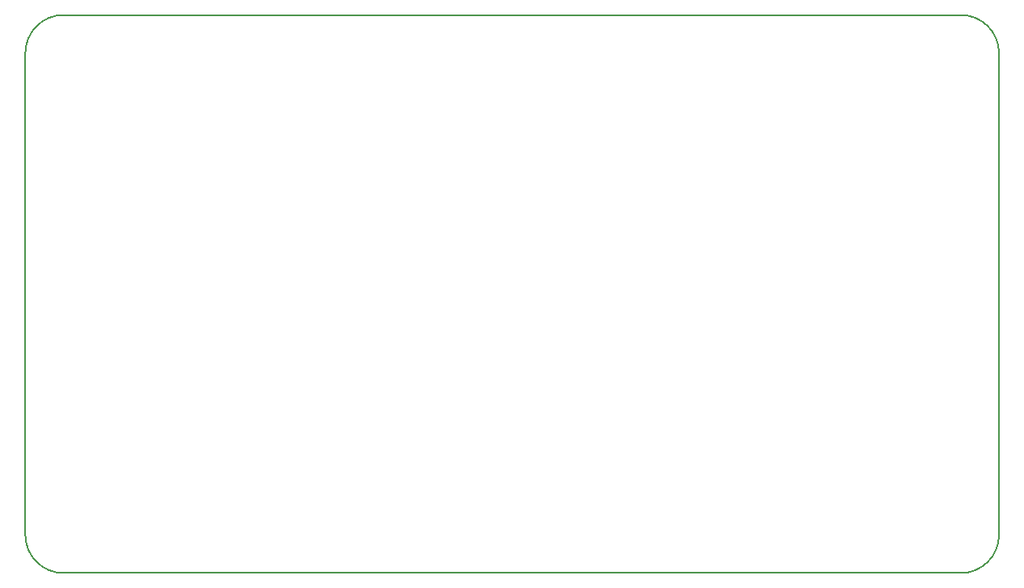
<source format=gm1>
%TF.GenerationSoftware,KiCad,Pcbnew,(6.0.6)*%
%TF.CreationDate,2023-01-28T17:13:45-04:00*%
%TF.ProjectId,DDS_FunctionGenerator,4444535f-4675-46e6-9374-696f6e47656e,rev?*%
%TF.SameCoordinates,Original*%
%TF.FileFunction,Profile,NP*%
%FSLAX46Y46*%
G04 Gerber Fmt 4.6, Leading zero omitted, Abs format (unit mm)*
G04 Created by KiCad (PCBNEW (6.0.6)) date 2023-01-28 17:13:45*
%MOMM*%
%LPD*%
G01*
G04 APERTURE LIST*
%TA.AperFunction,Profile*%
%ADD10C,0.200000*%
%TD*%
G04 APERTURE END LIST*
D10*
X175500000Y-120000000D02*
X175500000Y-69500000D01*
X175500000Y-69500000D02*
G75*
G03*
X171500000Y-65500000I-4000000J0D01*
G01*
X73500000Y-120000000D02*
G75*
G03*
X77500000Y-124000000I4000000J0D01*
G01*
X77500000Y-65500000D02*
G75*
G03*
X73500000Y-69500000I0J-4000000D01*
G01*
X77500000Y-124000000D02*
X171500000Y-124000000D01*
X77500000Y-65500000D02*
X171500000Y-65500000D01*
X73500000Y-120000000D02*
X73500000Y-69500000D01*
X171500000Y-124000000D02*
G75*
G03*
X175500000Y-120000000I0J4000000D01*
G01*
M02*

</source>
